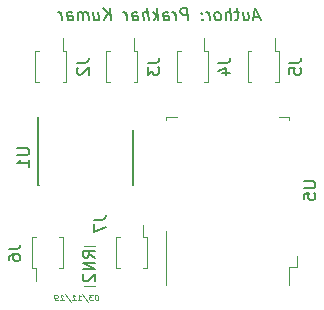
<source format=gbo>
G04 #@! TF.GenerationSoftware,KiCad,Pcbnew,(5.1.2)-1*
G04 #@! TF.CreationDate,2019-11-08T13:50:46+05:30*
G04 #@! TF.ProjectId,TALK,54414c4b-2e6b-4696-9361-645f70636258,rev?*
G04 #@! TF.SameCoordinates,Original*
G04 #@! TF.FileFunction,Legend,Bot*
G04 #@! TF.FilePolarity,Positive*
%FSLAX46Y46*%
G04 Gerber Fmt 4.6, Leading zero omitted, Abs format (unit mm)*
G04 Created by KiCad (PCBNEW (5.1.2)-1) date 2019-11-08 13:50:46*
%MOMM*%
%LPD*%
G04 APERTURE LIST*
%ADD10C,0.125000*%
%ADD11C,0.150000*%
%ADD12C,0.120000*%
G04 APERTURE END LIST*
D10*
X146102650Y-108522190D02*
X146055031Y-108522190D01*
X146010388Y-108546000D01*
X145989555Y-108569809D01*
X145971697Y-108617428D01*
X145959793Y-108712666D01*
X145974674Y-108831714D01*
X146010388Y-108926952D01*
X146040150Y-108974571D01*
X146066936Y-108998380D01*
X146117531Y-109022190D01*
X146165150Y-109022190D01*
X146209793Y-108998380D01*
X146230626Y-108974571D01*
X146248483Y-108926952D01*
X146260388Y-108831714D01*
X146245507Y-108712666D01*
X146209793Y-108617428D01*
X146180031Y-108569809D01*
X146153245Y-108546000D01*
X146102650Y-108522190D01*
X145769316Y-108522190D02*
X145459793Y-108522190D01*
X145650269Y-108712666D01*
X145578840Y-108712666D01*
X145534197Y-108736476D01*
X145513364Y-108760285D01*
X145495507Y-108807904D01*
X145510388Y-108926952D01*
X145540150Y-108974571D01*
X145566936Y-108998380D01*
X145617531Y-109022190D01*
X145760388Y-109022190D01*
X145805031Y-108998380D01*
X145825864Y-108974571D01*
X144885388Y-108498380D02*
X145394316Y-109141238D01*
X144522293Y-109022190D02*
X144808007Y-109022190D01*
X144665150Y-109022190D02*
X144602650Y-108522190D01*
X144659197Y-108593619D01*
X144712769Y-108641238D01*
X144763364Y-108665047D01*
X144046102Y-109022190D02*
X144331816Y-109022190D01*
X144188959Y-109022190D02*
X144126459Y-108522190D01*
X144183007Y-108593619D01*
X144236578Y-108641238D01*
X144287174Y-108665047D01*
X143409197Y-108498380D02*
X143918126Y-109141238D01*
X143046102Y-109022190D02*
X143331816Y-109022190D01*
X143188959Y-109022190D02*
X143126459Y-108522190D01*
X143183007Y-108593619D01*
X143236578Y-108641238D01*
X143287174Y-108665047D01*
X142808007Y-109022190D02*
X142712769Y-109022190D01*
X142662174Y-108998380D01*
X142635388Y-108974571D01*
X142578840Y-108903142D01*
X142543126Y-108807904D01*
X142519316Y-108617428D01*
X142537174Y-108569809D01*
X142558007Y-108546000D01*
X142602650Y-108522190D01*
X142697888Y-108522190D01*
X142748483Y-108546000D01*
X142775269Y-108569809D01*
X142805031Y-108617428D01*
X142819912Y-108736476D01*
X142802055Y-108784095D01*
X142781221Y-108807904D01*
X142736578Y-108831714D01*
X142641340Y-108831714D01*
X142590745Y-108807904D01*
X142563959Y-108784095D01*
X142534197Y-108736476D01*
D11*
X159870651Y-85004666D02*
X159394461Y-85004666D01*
X160001604Y-85290380D02*
X159543270Y-84290380D01*
X159334937Y-85290380D01*
X158489699Y-84623714D02*
X158573032Y-85290380D01*
X158918270Y-84623714D02*
X158983747Y-85147523D01*
X158948032Y-85242761D01*
X158858747Y-85290380D01*
X158715889Y-85290380D01*
X158614699Y-85242761D01*
X158561127Y-85195142D01*
X158156366Y-84623714D02*
X157775413Y-84623714D01*
X157971842Y-84290380D02*
X158078985Y-85147523D01*
X158043270Y-85242761D01*
X157953985Y-85290380D01*
X157858747Y-85290380D01*
X157525413Y-85290380D02*
X157400413Y-84290380D01*
X157096842Y-85290380D02*
X157031366Y-84766571D01*
X157067080Y-84671333D01*
X157156366Y-84623714D01*
X157299223Y-84623714D01*
X157400413Y-84671333D01*
X157453985Y-84718952D01*
X156477794Y-85290380D02*
X156567080Y-85242761D01*
X156608747Y-85195142D01*
X156644461Y-85099904D01*
X156608747Y-84814190D01*
X156549223Y-84718952D01*
X156495651Y-84671333D01*
X156394461Y-84623714D01*
X156251604Y-84623714D01*
X156162318Y-84671333D01*
X156120651Y-84718952D01*
X156084937Y-84814190D01*
X156120651Y-85099904D01*
X156180175Y-85195142D01*
X156233747Y-85242761D01*
X156334937Y-85290380D01*
X156477794Y-85290380D01*
X155715889Y-85290380D02*
X155632556Y-84623714D01*
X155656366Y-84814190D02*
X155596842Y-84718952D01*
X155543270Y-84671333D01*
X155442080Y-84623714D01*
X155346842Y-84623714D01*
X155084937Y-85195142D02*
X155043270Y-85242761D01*
X155096842Y-85290380D01*
X155138508Y-85242761D01*
X155084937Y-85195142D01*
X155096842Y-85290380D01*
X155019461Y-84671333D02*
X154977794Y-84718952D01*
X155031366Y-84766571D01*
X155073032Y-84718952D01*
X155019461Y-84671333D01*
X155031366Y-84766571D01*
X153858747Y-85290380D02*
X153733747Y-84290380D01*
X153352794Y-84290380D01*
X153263508Y-84338000D01*
X153221842Y-84385619D01*
X153186127Y-84480857D01*
X153203985Y-84623714D01*
X153263508Y-84718952D01*
X153317080Y-84766571D01*
X153418270Y-84814190D01*
X153799223Y-84814190D01*
X152858747Y-85290380D02*
X152775413Y-84623714D01*
X152799223Y-84814190D02*
X152739699Y-84718952D01*
X152686127Y-84671333D01*
X152584937Y-84623714D01*
X152489699Y-84623714D01*
X151811127Y-85290380D02*
X151745651Y-84766571D01*
X151781366Y-84671333D01*
X151870651Y-84623714D01*
X152061127Y-84623714D01*
X152162318Y-84671333D01*
X151805175Y-85242761D02*
X151906366Y-85290380D01*
X152144461Y-85290380D01*
X152233747Y-85242761D01*
X152269461Y-85147523D01*
X152257556Y-85052285D01*
X152198032Y-84957047D01*
X152096842Y-84909428D01*
X151858747Y-84909428D01*
X151757556Y-84861809D01*
X151334937Y-85290380D02*
X151209937Y-84290380D01*
X151192080Y-84909428D02*
X150953985Y-85290380D01*
X150870651Y-84623714D02*
X151299223Y-85004666D01*
X150525413Y-85290380D02*
X150400413Y-84290380D01*
X150096842Y-85290380D02*
X150031366Y-84766571D01*
X150067080Y-84671333D01*
X150156366Y-84623714D01*
X150299223Y-84623714D01*
X150400413Y-84671333D01*
X150453985Y-84718952D01*
X149192080Y-85290380D02*
X149126604Y-84766571D01*
X149162318Y-84671333D01*
X149251604Y-84623714D01*
X149442080Y-84623714D01*
X149543270Y-84671333D01*
X149186127Y-85242761D02*
X149287318Y-85290380D01*
X149525413Y-85290380D01*
X149614699Y-85242761D01*
X149650413Y-85147523D01*
X149638508Y-85052285D01*
X149578985Y-84957047D01*
X149477794Y-84909428D01*
X149239699Y-84909428D01*
X149138508Y-84861809D01*
X148715889Y-85290380D02*
X148632556Y-84623714D01*
X148656366Y-84814190D02*
X148596842Y-84718952D01*
X148543270Y-84671333D01*
X148442080Y-84623714D01*
X148346842Y-84623714D01*
X147334937Y-85290380D02*
X147209937Y-84290380D01*
X146763508Y-85290380D02*
X147120651Y-84718952D01*
X146638508Y-84290380D02*
X147281366Y-84861809D01*
X145823032Y-84623714D02*
X145906366Y-85290380D01*
X146251604Y-84623714D02*
X146317080Y-85147523D01*
X146281366Y-85242761D01*
X146192080Y-85290380D01*
X146049223Y-85290380D01*
X145948032Y-85242761D01*
X145894461Y-85195142D01*
X145430175Y-85290380D02*
X145346842Y-84623714D01*
X145358747Y-84718952D02*
X145305175Y-84671333D01*
X145203985Y-84623714D01*
X145061127Y-84623714D01*
X144971842Y-84671333D01*
X144936127Y-84766571D01*
X145001604Y-85290380D01*
X144936127Y-84766571D02*
X144876604Y-84671333D01*
X144775413Y-84623714D01*
X144632556Y-84623714D01*
X144543270Y-84671333D01*
X144507556Y-84766571D01*
X144573032Y-85290380D01*
X143668270Y-85290380D02*
X143602794Y-84766571D01*
X143638508Y-84671333D01*
X143727794Y-84623714D01*
X143918270Y-84623714D01*
X144019461Y-84671333D01*
X143662318Y-85242761D02*
X143763508Y-85290380D01*
X144001604Y-85290380D01*
X144090889Y-85242761D01*
X144126604Y-85147523D01*
X144114699Y-85052285D01*
X144055175Y-84957047D01*
X143953985Y-84909428D01*
X143715889Y-84909428D01*
X143614699Y-84861809D01*
X143192080Y-85290380D02*
X143108747Y-84623714D01*
X143132556Y-84814190D02*
X143073032Y-84718952D01*
X143019461Y-84671333D01*
X142918270Y-84623714D01*
X142823032Y-84623714D01*
D12*
X152002000Y-93475000D02*
X152891000Y-93475000D01*
X162416000Y-93729000D02*
X162416000Y-93475000D01*
X162416000Y-93475000D02*
X161527000Y-93475000D01*
X152002000Y-93475000D02*
X152002000Y-93729000D01*
X162416000Y-107699000D02*
X162416000Y-106175000D01*
X162416000Y-106175000D02*
X163051000Y-106175000D01*
X163051000Y-106175000D02*
X163051000Y-105286000D01*
X152002000Y-103127000D02*
X152002000Y-107699000D01*
D11*
X149222000Y-94565000D02*
X149222000Y-99215000D01*
X141122000Y-93490000D02*
X141122000Y-99215000D01*
X149222000Y-94565000D02*
X149197000Y-94565000D01*
X149222000Y-99215000D02*
X149197000Y-99215000D01*
X141172000Y-99215000D02*
X141197000Y-99215000D01*
D12*
X145017000Y-107778000D02*
X146017000Y-107778000D01*
X145017000Y-104418000D02*
X146017000Y-104418000D01*
X150081000Y-103688000D02*
X150081000Y-102608000D01*
X148061000Y-106308000D02*
X147761000Y-106308000D01*
X150381000Y-106308000D02*
X150081000Y-106308000D01*
X147761000Y-106308000D02*
X147761000Y-103688000D01*
X148061000Y-103688000D02*
X147761000Y-103688000D01*
X150381000Y-103688000D02*
X150081000Y-103688000D01*
X150381000Y-106308000D02*
X150381000Y-103688000D01*
X140953000Y-106308000D02*
X140953000Y-107388000D01*
X142973000Y-103688000D02*
X143273000Y-103688000D01*
X140653000Y-103688000D02*
X140953000Y-103688000D01*
X143273000Y-103688000D02*
X143273000Y-106308000D01*
X142973000Y-106308000D02*
X143273000Y-106308000D01*
X140653000Y-106308000D02*
X140953000Y-106308000D01*
X140653000Y-103688000D02*
X140653000Y-106308000D01*
X161538000Y-90541000D02*
X161538000Y-87921000D01*
X161538000Y-87921000D02*
X161238000Y-87921000D01*
X159218000Y-87921000D02*
X158918000Y-87921000D01*
X158918000Y-90541000D02*
X158918000Y-87921000D01*
X161538000Y-90541000D02*
X161238000Y-90541000D01*
X159218000Y-90541000D02*
X158918000Y-90541000D01*
X161238000Y-87921000D02*
X161238000Y-86841000D01*
X155540332Y-90541000D02*
X155540332Y-87921000D01*
X155540332Y-87921000D02*
X155240332Y-87921000D01*
X153220332Y-87921000D02*
X152920332Y-87921000D01*
X152920332Y-90541000D02*
X152920332Y-87921000D01*
X155540332Y-90541000D02*
X155240332Y-90541000D01*
X153220332Y-90541000D02*
X152920332Y-90541000D01*
X155240332Y-87921000D02*
X155240332Y-86841000D01*
X149242666Y-87921000D02*
X149242666Y-86841000D01*
X147222666Y-90541000D02*
X146922666Y-90541000D01*
X149542666Y-90541000D02*
X149242666Y-90541000D01*
X146922666Y-90541000D02*
X146922666Y-87921000D01*
X147222666Y-87921000D02*
X146922666Y-87921000D01*
X149542666Y-87921000D02*
X149242666Y-87921000D01*
X149542666Y-90541000D02*
X149542666Y-87921000D01*
X143545000Y-90541000D02*
X143545000Y-87921000D01*
X143545000Y-87921000D02*
X143245000Y-87921000D01*
X141225000Y-87921000D02*
X140925000Y-87921000D01*
X140925000Y-90541000D02*
X140925000Y-87921000D01*
X143545000Y-90541000D02*
X143245000Y-90541000D01*
X141225000Y-90541000D02*
X140925000Y-90541000D01*
X143245000Y-87921000D02*
X143245000Y-86841000D01*
D11*
X163646380Y-98936095D02*
X164455904Y-98936095D01*
X164551142Y-98983714D01*
X164598761Y-99031333D01*
X164646380Y-99126571D01*
X164646380Y-99317047D01*
X164598761Y-99412285D01*
X164551142Y-99459904D01*
X164455904Y-99507523D01*
X163646380Y-99507523D01*
X163646380Y-100459904D02*
X163646380Y-99983714D01*
X164122571Y-99936095D01*
X164074952Y-99983714D01*
X164027333Y-100078952D01*
X164027333Y-100317047D01*
X164074952Y-100412285D01*
X164122571Y-100459904D01*
X164217809Y-100507523D01*
X164455904Y-100507523D01*
X164551142Y-100459904D01*
X164598761Y-100412285D01*
X164646380Y-100317047D01*
X164646380Y-100078952D01*
X164598761Y-99983714D01*
X164551142Y-99936095D01*
X139406380Y-96111095D02*
X140215904Y-96111095D01*
X140311142Y-96158714D01*
X140358761Y-96206333D01*
X140406380Y-96301571D01*
X140406380Y-96492047D01*
X140358761Y-96587285D01*
X140311142Y-96634904D01*
X140215904Y-96682523D01*
X139406380Y-96682523D01*
X140406380Y-97682523D02*
X140406380Y-97111095D01*
X140406380Y-97396809D02*
X139406380Y-97396809D01*
X139549238Y-97301571D01*
X139644476Y-97206333D01*
X139692095Y-97111095D01*
X145938380Y-105391523D02*
X145462190Y-105058190D01*
X145938380Y-104820095D02*
X144938380Y-104820095D01*
X144938380Y-105201047D01*
X144986000Y-105296285D01*
X145033619Y-105343904D01*
X145128857Y-105391523D01*
X145271714Y-105391523D01*
X145366952Y-105343904D01*
X145414571Y-105296285D01*
X145462190Y-105201047D01*
X145462190Y-104820095D01*
X145938380Y-105820095D02*
X144938380Y-105820095D01*
X145938380Y-106391523D01*
X144938380Y-106391523D01*
X145033619Y-106820095D02*
X144986000Y-106867714D01*
X144938380Y-106962952D01*
X144938380Y-107201047D01*
X144986000Y-107296285D01*
X145033619Y-107343904D01*
X145128857Y-107391523D01*
X145224095Y-107391523D01*
X145366952Y-107343904D01*
X145938380Y-106772476D01*
X145938380Y-107391523D01*
X145890380Y-102189666D02*
X146604666Y-102189666D01*
X146747523Y-102142047D01*
X146842761Y-102046809D01*
X146890380Y-101903952D01*
X146890380Y-101808714D01*
X145890380Y-102570619D02*
X145890380Y-103237285D01*
X146890380Y-102808714D01*
X138665380Y-104664666D02*
X139379666Y-104664666D01*
X139522523Y-104617047D01*
X139617761Y-104521809D01*
X139665380Y-104378952D01*
X139665380Y-104283714D01*
X138665380Y-105569428D02*
X138665380Y-105378952D01*
X138713000Y-105283714D01*
X138760619Y-105236095D01*
X138903476Y-105140857D01*
X139093952Y-105093238D01*
X139474904Y-105093238D01*
X139570142Y-105140857D01*
X139617761Y-105188476D01*
X139665380Y-105283714D01*
X139665380Y-105474190D01*
X139617761Y-105569428D01*
X139570142Y-105617047D01*
X139474904Y-105664666D01*
X139236809Y-105664666D01*
X139141571Y-105617047D01*
X139093952Y-105569428D01*
X139046333Y-105474190D01*
X139046333Y-105283714D01*
X139093952Y-105188476D01*
X139141571Y-105140857D01*
X139236809Y-105093238D01*
X162430380Y-88897666D02*
X163144666Y-88897666D01*
X163287523Y-88850047D01*
X163382761Y-88754809D01*
X163430380Y-88611952D01*
X163430380Y-88516714D01*
X162430380Y-89850047D02*
X162430380Y-89373857D01*
X162906571Y-89326238D01*
X162858952Y-89373857D01*
X162811333Y-89469095D01*
X162811333Y-89707190D01*
X162858952Y-89802428D01*
X162906571Y-89850047D01*
X163001809Y-89897666D01*
X163239904Y-89897666D01*
X163335142Y-89850047D01*
X163382761Y-89802428D01*
X163430380Y-89707190D01*
X163430380Y-89469095D01*
X163382761Y-89373857D01*
X163335142Y-89326238D01*
X156432712Y-88897666D02*
X157146998Y-88897666D01*
X157289855Y-88850047D01*
X157385093Y-88754809D01*
X157432712Y-88611952D01*
X157432712Y-88516714D01*
X156766046Y-89802428D02*
X157432712Y-89802428D01*
X156385093Y-89564333D02*
X157099379Y-89326238D01*
X157099379Y-89945285D01*
X150435046Y-88897666D02*
X151149332Y-88897666D01*
X151292189Y-88850047D01*
X151387427Y-88754809D01*
X151435046Y-88611952D01*
X151435046Y-88516714D01*
X150435046Y-89278619D02*
X150435046Y-89897666D01*
X150815999Y-89564333D01*
X150815999Y-89707190D01*
X150863618Y-89802428D01*
X150911237Y-89850047D01*
X151006475Y-89897666D01*
X151244570Y-89897666D01*
X151339808Y-89850047D01*
X151387427Y-89802428D01*
X151435046Y-89707190D01*
X151435046Y-89421476D01*
X151387427Y-89326238D01*
X151339808Y-89278619D01*
X144437380Y-88897666D02*
X145151666Y-88897666D01*
X145294523Y-88850047D01*
X145389761Y-88754809D01*
X145437380Y-88611952D01*
X145437380Y-88516714D01*
X144532619Y-89326238D02*
X144485000Y-89373857D01*
X144437380Y-89469095D01*
X144437380Y-89707190D01*
X144485000Y-89802428D01*
X144532619Y-89850047D01*
X144627857Y-89897666D01*
X144723095Y-89897666D01*
X144865952Y-89850047D01*
X145437380Y-89278619D01*
X145437380Y-89897666D01*
M02*

</source>
